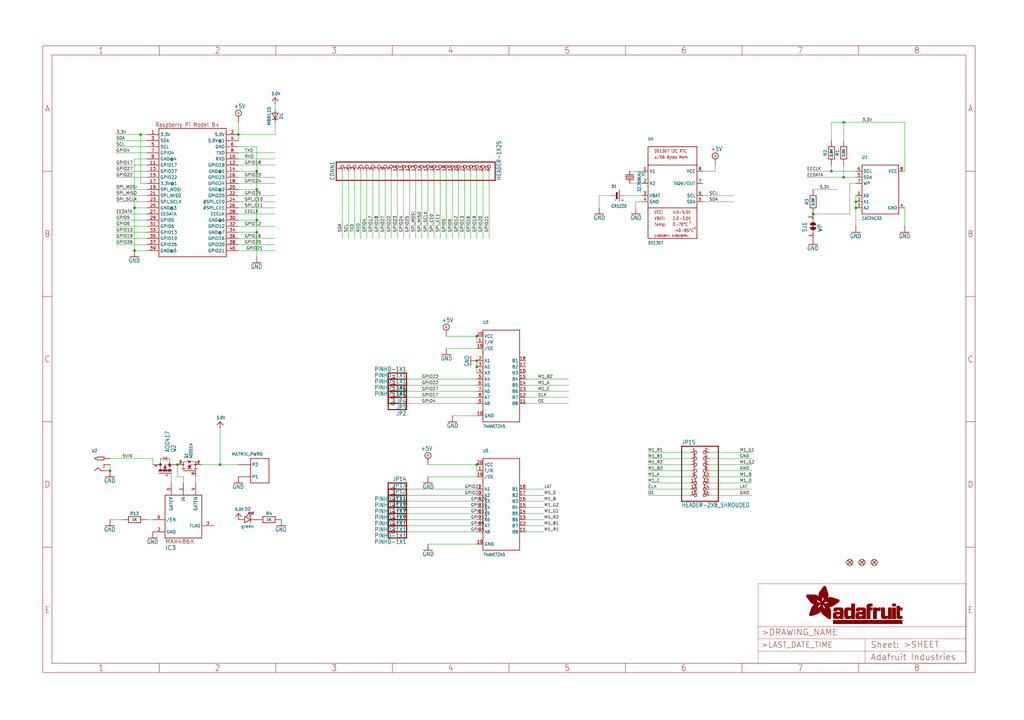
<source format=kicad_sch>
(kicad_sch (version 20211123) (generator eeschema)
  (paper "User" 425.45 299.161)
  (lib_symbols
    (symbol "schematicEagle-eagle-import:+5V" (power)
      (property "Value" "+5V" (at -1.905 3.175 0))
      (symbol "+5V_1_0"
        (pin power_in line (at 0 -2.54 90) (length 2.54) (name "+5V") (number "1"))
      )
    )
    (symbol "schematicEagle-eagle-import:2.1MMJACKSMT"
      (symbol "2.1MMJACKSMT_1_0"
        (pin bidirectional line (at 5.08 -2.54 180) (length 2.54) (name "RING") (number "GND"))
        (pin bidirectional line (at 5.08 0 180) (length 2.54) (name "RING_SW") (number "GNDBREAK"))
        (pin bidirectional line (at 5.08 2.54 180) (length 2.54) (name "TIP") (number "PWR2"))
      )
    )
    (symbol "schematicEagle-eagle-import:5.0V" (power)
      (property "Value" "5.0V" (at -1.524 1.016 0))
      (symbol "5.0V_1_0"
        (pin power_in line (at 0 -2.54 90) (length 2.54) (name "5.0V") (number "1"))
      )
    )
    (symbol "schematicEagle-eagle-import:74LCX245"
      (property "Reference" "U" (at -7.62 22.86 0))
      (property "Value" "74LCX245" (at -7.62 -20.32 0))
      (symbol "74LCX245_1_0"
        (pin bidirectional line (at -10.16 15.24 0) (length 2.54) (name "T/R") (number "1"))
        (pin bidirectional line (at -10.16 -15.24 0) (length 2.54) (name "GND") (number "10"))
        (pin bidirectional line (at 10.16 -10.16 180) (length 2.54) (name "B8") (number "11"))
        (pin bidirectional line (at 10.16 -7.62 180) (length 2.54) (name "B7") (number "12"))
        (pin bidirectional line (at 10.16 -5.08 180) (length 2.54) (name "B6") (number "13"))
        (pin bidirectional line (at 10.16 -2.54 180) (length 2.54) (name "B5") (number "14"))
        (pin bidirectional line (at 10.16 0 180) (length 2.54) (name "B4") (number "15"))
        (pin bidirectional line (at 10.16 2.54 180) (length 2.54) (name "B3") (number "16"))
        (pin bidirectional line (at 10.16 5.08 180) (length 2.54) (name "B2") (number "17"))
        (pin bidirectional line (at 10.16 7.62 180) (length 2.54) (name "B1") (number "18"))
        (pin bidirectional line (at -10.16 12.7 0) (length 2.54) (name "/OE") (number "19"))
        (pin bidirectional line (at -10.16 7.62 0) (length 2.54) (name "A1") (number "2"))
        (pin bidirectional line (at -10.16 17.78 0) (length 2.54) (name "VCC") (number "20"))
        (pin bidirectional line (at -10.16 5.08 0) (length 2.54) (name "A2") (number "3"))
        (pin bidirectional line (at -10.16 2.54 0) (length 2.54) (name "A3") (number "4"))
        (pin bidirectional line (at -10.16 0 0) (length 2.54) (name "A4") (number "5"))
        (pin bidirectional line (at -10.16 -2.54 0) (length 2.54) (name "A5") (number "6"))
        (pin bidirectional line (at -10.16 -5.08 0) (length 2.54) (name "A6") (number "7"))
        (pin bidirectional line (at -10.16 -7.62 0) (length 2.54) (name "A7") (number "8"))
        (pin bidirectional line (at -10.16 -10.16 0) (length 2.54) (name "A8") (number "9"))
      )
    )
    (symbol "schematicEagle-eagle-import:BATTERYCR1220_SMT"
      (property "Reference" "B" (at -2.54 3.175 0))
      (property "Value" "BATTERYCR1220_SMT" (at -2.54 -5.08 0))
      (symbol "BATTERYCR1220_SMT_1_0"
        (text "+" (at 1.27 -1.143 900) (effects (font (size 1.27 1.0795)) (justify right top)))
        (text "-" (at -1.778 -1.143 900) (effects (font (size 1.27 1.0795)) (justify right top)))
        (pin passive line (at 2.54 0 180) (length 0) (name "+") (number "+$1"))
        (pin passive line (at -2.54 0 0) (length 0) (name "-") (number "-"))
      )
    )
    (symbol "schematicEagle-eagle-import:CRYSTAL8.0X3.8"
      (property "Reference" "Y" (at -2.54 2.54 0))
      (property "Value" "CRYSTAL8.0X3.8" (at -2.54 -3.81 0))
      (symbol "CRYSTAL8.0X3.8_1_0"
        (pin passive line (at -2.54 0 0) (length 0) (name "1") (number "P$1"))
        (pin passive line (at 2.54 0 180) (length 0) (name "2") (number "P$4"))
      )
    )
    (symbol "schematicEagle-eagle-import:DIODESOD-123"
      (property "Reference" "D" (at 0 2.54 0))
      (property "Value" "DIODESOD-123" (at 0 -2.5 0))
      (symbol "DIODESOD-123_1_0"
        (pin passive line (at -2.54 0 0) (length 2.54) (name "A") (number "A"))
        (pin passive line (at 2.54 0 180) (length 2.54) (name "C") (number "C"))
      )
    )
    (symbol "schematicEagle-eagle-import:EEPROM_I2C_SOIC8_GENERIC"
      (property "Reference" "U" (at -7.62 12.7 0))
      (property "Value" "EEPROM_I2C_SOIC8_GENERIC" (at -7.62 -12.7 0))
      (symbol "EEPROM_I2C_SOIC8_GENERIC_1_0"
        (pin input line (at -10.16 -2.54 0) (length 2.54) (name "A0") (number "1"))
        (pin input line (at -10.16 -5.08 0) (length 2.54) (name "A1") (number "2"))
        (pin input line (at -10.16 -7.62 0) (length 2.54) (name "A2") (number "3"))
        (pin power_in line (at 10.16 -7.62 180) (length 2.54) (name "GND") (number "4"))
        (pin bidirectional line (at -10.16 5.08 0) (length 2.54) (name "SDA") (number "5"))
        (pin input line (at -10.16 7.62 0) (length 2.54) (name "SCL") (number "6"))
        (pin input line (at -10.16 2.54 0) (length 2.54) (name "WP") (number "7"))
        (pin power_in line (at 10.16 7.62 180) (length 2.54) (name "VCC") (number "8"))
      )
    )
    (symbol "schematicEagle-eagle-import:FIDUCIAL{dblquote}{dblquote}")
    (symbol "schematicEagle-eagle-import:FRAME_A3_ADAFRUIT"
      (symbol "FRAME_A3_ADAFRUIT_0_0"
        (text "1" (at 24.2094 1.905 0) (effects (font (size 2.54 2.286))))
        (text "1" (at 24.2094 258.445 0) (effects (font (size 2.54 2.286))))
        (text "2" (at 72.6281 1.905 0) (effects (font (size 2.54 2.286))))
        (text "2" (at 72.6281 258.445 0) (effects (font (size 2.54 2.286))))
        (text "3" (at 121.0469 1.905 0) (effects (font (size 2.54 2.286))))
        (text "3" (at 121.0469 258.445 0) (effects (font (size 2.54 2.286))))
        (text "4" (at 169.4656 1.905 0) (effects (font (size 2.54 2.286))))
        (text "4" (at 169.4656 258.445 0) (effects (font (size 2.54 2.286))))
        (text "5" (at 217.8844 1.905 0) (effects (font (size 2.54 2.286))))
        (text "5" (at 217.8844 258.445 0) (effects (font (size 2.54 2.286))))
        (text "6" (at 266.3031 1.905 0) (effects (font (size 2.54 2.286))))
        (text "6" (at 266.3031 258.445 0) (effects (font (size 2.54 2.286))))
        (text "7" (at 314.7219 1.905 0) (effects (font (size 2.54 2.286))))
        (text "7" (at 314.7219 258.445 0) (effects (font (size 2.54 2.286))))
        (text "8" (at 363.1406 1.905 0) (effects (font (size 2.54 2.286))))
        (text "8" (at 363.1406 258.445 0) (effects (font (size 2.54 2.286))))
        (text "A" (at 1.905 234.315 0) (effects (font (size 2.54 2.286))))
        (text "A" (at 385.445 234.315 0) (effects (font (size 2.54 2.286))))
        (text "B" (at 1.905 182.245 0) (effects (font (size 2.54 2.286))))
        (text "B" (at 385.445 182.245 0) (effects (font (size 2.54 2.286))))
        (text "C" (at 1.905 130.175 0) (effects (font (size 2.54 2.286))))
        (text "C" (at 385.445 130.175 0) (effects (font (size 2.54 2.286))))
        (text "D" (at 1.905 78.105 0) (effects (font (size 2.54 2.286))))
        (text "D" (at 385.445 78.105 0) (effects (font (size 2.54 2.286))))
        (text "E" (at 1.905 26.035 0) (effects (font (size 2.54 2.286))))
        (text "E" (at 385.445 26.035 0) (effects (font (size 2.54 2.286))))
      )
      (symbol "FRAME_A3_ADAFRUIT_1_0"
        (text ">DRAWING_NAME" (at 298.45 15.24 0) (effects (font (size 2.54 2.54)) (justify left bottom)))
        (text ">LAST_DATE_TIME" (at 298.45 10.16 0) (effects (font (size 2.286 2.286)) (justify left bottom)))
        (text ">SHEET" (at 357.505 10.16 0) (effects (font (size 2.54 2.54)) (justify left bottom)))
        (text "Adafruit Industries" (at 343.916 4.953 0) (effects (font (size 2.54 2.54)) (justify left bottom)))
        (text "Sheet:" (at 343.916 10.033 0) (effects (font (size 2.54 2.54)) (justify left bottom)))
      )
    )
    (symbol "schematicEagle-eagle-import:GND" (power)
      (property "Value" "GND" (at -2.54 -2.54 0))
      (symbol "GND_1_0"
        (pin power_in line (at 0 2.54 270) (length 2.54) (name "GND") (number "1"))
      )
    )
    (symbol "schematicEagle-eagle-import:HEADER-1X25"
      (property "Reference" "CONN" (at -3.81 33.655 0))
      (property "Value" "HEADER-1X25" (at -3.81 -35.56 0))
      (symbol "HEADER-1X25_1_0"
        (pin passive inverted (at 0 30.48 0) (length 2.54) (name "1") (number "1"))
        (pin passive inverted (at 0 7.62 0) (length 2.54) (name "10") (number "10"))
        (pin passive inverted (at 0 5.08 0) (length 2.54) (name "11") (number "11"))
        (pin passive inverted (at 0 2.54 0) (length 2.54) (name "12") (number "12"))
        (pin passive inverted (at 0 0 0) (length 2.54) (name "13") (number "13"))
        (pin passive inverted (at 0 -2.54 0) (length 2.54) (name "14") (number "14"))
        (pin passive inverted (at 0 -5.08 0) (length 2.54) (name "15") (number "15"))
        (pin passive inverted (at 0 -7.62 0) (length 2.54) (name "16") (number "16"))
        (pin passive inverted (at 0 -10.16 0) (length 2.54) (name "17") (number "17"))
        (pin passive inverted (at 0 -12.7 0) (length 2.54) (name "18") (number "18"))
        (pin passive inverted (at 0 -15.24 0) (length 2.54) (name "19") (number "19"))
        (pin passive inverted (at 0 27.94 0) (length 2.54) (name "2") (number "2"))
        (pin passive inverted (at 0 -17.78 0) (length 2.54) (name "20") (number "20"))
        (pin passive inverted (at 0 -20.32 0) (length 2.54) (name "21") (number "21"))
        (pin passive inverted (at 0 -22.86 0) (length 2.54) (name "22") (number "22"))
        (pin passive inverted (at 0 -25.4 0) (length 2.54) (name "23") (number "23"))
        (pin passive inverted (at 0 -27.94 0) (length 2.54) (name "24") (number "24"))
        (pin passive inverted (at 0 -30.48 0) (length 2.54) (name "25") (number "25"))
        (pin passive inverted (at 0 25.4 0) (length 2.54) (name "3") (number "3"))
        (pin passive inverted (at 0 22.86 0) (length 2.54) (name "4") (number "4"))
        (pin passive inverted (at 0 20.32 0) (length 2.54) (name "5") (number "5"))
        (pin passive inverted (at 0 17.78 0) (length 2.54) (name "6") (number "6"))
        (pin passive inverted (at 0 15.24 0) (length 2.54) (name "7") (number "7"))
        (pin passive inverted (at 0 12.7 0) (length 2.54) (name "8") (number "8"))
        (pin passive inverted (at 0 10.16 0) (length 2.54) (name "9") (number "9"))
      )
    )
    (symbol "schematicEagle-eagle-import:HEADER-2X8_SHROUDED"
      (property "Reference" "JP" (at -8.89 10.795 0))
      (property "Value" "HEADER-2X8_SHROUDED" (at -8.89 -15.24 0))
      (symbol "HEADER-2X8_SHROUDED_1_0"
        (pin passive inverted (at -5.08 7.62 0) (length 2.54) (name "1") (number "1"))
        (pin passive inverted (at 2.54 -2.54 180) (length 2.54) (name "10") (number "10"))
        (pin passive inverted (at -5.08 -5.08 0) (length 2.54) (name "11") (number "11"))
        (pin passive inverted (at 2.54 -5.08 180) (length 2.54) (name "12") (number "12"))
        (pin passive inverted (at -5.08 -7.62 0) (length 2.54) (name "13") (number "13"))
        (pin passive inverted (at 2.54 -7.62 180) (length 2.54) (name "14") (number "14"))
        (pin passive inverted (at -5.08 -10.16 0) (length 2.54) (name "15") (number "15"))
        (pin passive inverted (at 2.54 -10.16 180) (length 2.54) (name "16") (number "16"))
        (pin passive inverted (at 2.54 7.62 180) (length 2.54) (name "2") (number "2"))
        (pin passive inverted (at -5.08 5.08 0) (length 2.54) (name "3") (number "3"))
        (pin passive inverted (at 2.54 5.08 180) (length 2.54) (name "4") (number "4"))
        (pin passive inverted (at -5.08 2.54 0) (length 2.54) (name "5") (number "5"))
        (pin passive inverted (at 2.54 2.54 180) (length 2.54) (name "6") (number "6"))
        (pin passive inverted (at -5.08 0 0) (length 2.54) (name "7") (number "7"))
        (pin passive inverted (at 2.54 0 180) (length 2.54) (name "8") (number "8"))
        (pin passive inverted (at -5.08 -2.54 0) (length 2.54) (name "9") (number "9"))
      )
    )
    (symbol "schematicEagle-eagle-import:IRF?5305R"
      (property "Reference" "Q" (at 7.62 2.54 0))
      (property "Value" "IRF?5305R" (at 7.62 0 0))
      (symbol "IRF?5305R_1_0"
        (text "D" (at 1.524 -3.302 0) (effects (font (size 0.8128 0.6908)) (justify left bottom)))
        (text "G" (at -2.286 1.27 0) (effects (font (size 0.8128 0.6908)) (justify left bottom)))
        (text "S" (at 1.524 2.54 0) (effects (font (size 0.8128 0.6908)) (justify left bottom)))
        (pin passive line (at -2.54 2.54 0) (length 0) (name "G") (number "1"))
        (pin passive line (at 2.54 5.08 270) (length 2.54) (name "S") (number "3"))
        (pin passive line (at 2.54 -5.08 90) (length 2.54) (name "D") (number "4"))
      )
    )
    (symbol "schematicEagle-eagle-import:LED0805_NOOUTLINE"
      (property "Reference" "D" (at -1.27 4.445 0))
      (property "Value" "LED0805_NOOUTLINE" (at -1.27 -2.794 0))
      (symbol "LED0805_NOOUTLINE_1_0"
        (pin passive line (at -5.08 0 0) (length 2.54) (name "A") (number "A"))
        (pin passive line (at 2.54 0 180) (length 2.54) (name "C") (number "C"))
      )
    )
    (symbol "schematicEagle-eagle-import:MAX486X{slash}SOT"
      (property "Reference" "IC" (at -7.62 -15.24 0))
      (symbol "MAX486X{slash}SOT_1_0"
        (text "MAX486X" (at -7.62 -12.7 0) (effects (font (size 1.778 1.778)) (justify left bottom)))
        (pin input line (at 0 12.7 270) (length 5.08) (name "IN") (number "1"))
        (pin power_in line (at -12.7 -7.62 0) (length 5.08) (name "GND") (number "2"))
        (pin output line (at 12.7 -5.08 180) (length 5.08) (name "FLAG") (number "3"))
        (pin output line (at 5.08 12.7 270) (length 5.08) (name "GATEN") (number "4"))
        (pin output line (at -5.08 12.7 270) (length 5.08) (name "GATEP") (number "5"))
        (pin input line (at -12.7 -2.54 0) (length 5.08) (name "/EN") (number "6"))
      )
    )
    (symbol "schematicEagle-eagle-import:MOSFET-N_TO252"
      (property "Reference" "Q" (at 5.08 0.635 0))
      (property "Value" "MOSFET-N_TO252" (at 5.08 -1.27 0))
      (symbol "MOSFET-N_TO252_1_0"
        (text "D" (at 3.175 3.175 0) (effects (font (size 0.8128 0.6908)) (justify left bottom)))
        (text "G" (at -1.27 -1.905 0) (effects (font (size 0.8128 0.6908)) (justify left bottom)))
        (text "S" (at 3.175 -3.81 0) (effects (font (size 0.8128 0.6908)) (justify left bottom)))
        (pin bidirectional line (at -2.54 -2.54 0) (length 2.54) (name "G") (number "1"))
        (pin bidirectional line (at 2.54 -5.08 90) (length 2.54) (name "S") (number "2"))
        (pin bidirectional line (at 2.54 5.08 270) (length 2.54) (name "D") (number "3"))
      )
    )
    (symbol "schematicEagle-eagle-import:PINHD-1X1"
      (property "Reference" "JP" (at -6.35 3.175 0))
      (property "Value" "PINHD-1X1" (at -6.35 -5.08 0))
      (symbol "PINHD-1X1_1_0"
        (pin passive inverted (at -2.54 0 0) (length 2.54) (name "1") (number "1"))
      )
    )
    (symbol "schematicEagle-eagle-import:PINHEAD"
      (symbol "PINHEAD_1_0"
        (pin bidirectional line (at 7.62 2.54 180) (length 5.08) (name "P1") (number "P$3"))
        (pin bidirectional line (at 7.62 -2.54 180) (length 5.08) (name "P2") (number "P$4"))
      )
    )
    (symbol "schematicEagle-eagle-import:RASPBERRYPI_BPLUS_HATSLOTS"
      (symbol "RASPBERRYPI_BPLUS_HATSLOTS_1_0"
        (text "Raspberry Pi Model B+" (at 12.7 25.4 0) (effects (font (size 1.778 1.5113)) (justify right top)))
        (pin power_in line (at -17.78 20.32 0) (length 5.08) (name "3.3V") (number "1"))
        (pin bidirectional line (at 20.32 10.16 180) (length 5.08) (name "RXD") (number "10"))
        (pin bidirectional line (at -17.78 7.62 0) (length 5.08) (name "GPIO17") (number "11"))
        (pin bidirectional line (at 20.32 7.62 180) (length 5.08) (name "GPIO18") (number "12"))
        (pin bidirectional line (at -17.78 5.08 0) (length 5.08) (name "GPIO27") (number "13"))
        (pin power_in line (at 20.32 5.08 180) (length 5.08) (name "GND@1") (number "14"))
        (pin bidirectional line (at -17.78 2.54 0) (length 5.08) (name "GPIO22") (number "15"))
        (pin bidirectional line (at 20.32 2.54 180) (length 5.08) (name "GPIO23") (number "16"))
        (pin power_in line (at -17.78 0 0) (length 5.08) (name "3.3V@1") (number "17"))
        (pin bidirectional line (at 20.32 0 180) (length 5.08) (name "GPIO24") (number "18"))
        (pin bidirectional line (at -17.78 -2.54 0) (length 5.08) (name "SPI_MOSI") (number "19"))
        (pin power_in line (at 20.32 20.32 180) (length 5.08) (name "5.0V") (number "2"))
        (pin power_in line (at 20.32 -2.54 180) (length 5.08) (name "GND@2") (number "20"))
        (pin bidirectional line (at -17.78 -5.08 0) (length 5.08) (name "SPI_MISO") (number "21"))
        (pin bidirectional line (at 20.32 -5.08 180) (length 5.08) (name "GPIO25") (number "22"))
        (pin bidirectional line (at -17.78 -7.62 0) (length 5.08) (name "SPI_SCLK") (number "23"))
        (pin bidirectional line (at 20.32 -7.62 180) (length 5.08) (name "#SPI_CE0") (number "24"))
        (pin power_in line (at -17.78 -10.16 0) (length 5.08) (name "GND@3") (number "25"))
        (pin bidirectional line (at 20.32 -10.16 180) (length 5.08) (name "#SPI_CE1") (number "26"))
        (pin bidirectional line (at -17.78 -12.7 0) (length 5.08) (name "EEDATA") (number "27"))
        (pin power_in line (at 20.32 -12.7 180) (length 5.08) (name "EECLK") (number "28"))
        (pin bidirectional line (at -17.78 -15.24 0) (length 5.08) (name "GPIO5") (number "29"))
        (pin bidirectional line (at -17.78 17.78 0) (length 5.08) (name "SDA") (number "3"))
        (pin bidirectional line (at 20.32 -15.24 180) (length 5.08) (name "GND@6") (number "30"))
        (pin power_in line (at -17.78 -17.78 0) (length 5.08) (name "GPIO6") (number "31"))
        (pin bidirectional line (at 20.32 -17.78 180) (length 5.08) (name "GPIO12") (number "32"))
        (pin bidirectional line (at -17.78 -20.32 0) (length 5.08) (name "GPIO13") (number "33"))
        (pin bidirectional line (at 20.32 -20.32 180) (length 5.08) (name "GND@7") (number "34"))
        (pin bidirectional line (at -17.78 -22.86 0) (length 5.08) (name "GPIO19") (number "35"))
        (pin power_in line (at 20.32 -22.86 180) (length 5.08) (name "GPIO16") (number "36"))
        (pin bidirectional line (at -17.78 -25.4 0) (length 5.08) (name "GPIO26") (number "37"))
        (pin bidirectional line (at 20.32 -25.4 180) (length 5.08) (name "GPIO20") (number "38"))
        (pin power_in line (at -17.78 -27.94 0) (length 5.08) (name "GND@5") (number "39"))
        (pin power_in line (at 20.32 17.78 180) (length 5.08) (name "5.0V@1") (number "4"))
        (pin bidirectional line (at 20.32 -27.94 180) (length 5.08) (name "GPIO21") (number "40"))
        (pin bidirectional line (at -17.78 15.24 0) (length 5.08) (name "SCL") (number "5"))
        (pin power_in line (at 20.32 15.24 180) (length 5.08) (name "GND") (number "6"))
        (pin bidirectional line (at -17.78 12.7 0) (length 5.08) (name "GPIO4") (number "7"))
        (pin output line (at 20.32 12.7 180) (length 5.08) (name "TXD") (number "8"))
        (pin power_in line (at -17.78 10.16 0) (length 5.08) (name "GND@4") (number "9"))
      )
    )
    (symbol "schematicEagle-eagle-import:RESISTOR0805_NOOUTLINE"
      (property "Reference" "R" (at 0 2.54 0))
      (property "Value" "RESISTOR0805_NOOUTLINE" (at 0 0 0))
      (symbol "RESISTOR0805_NOOUTLINE_1_0"
        (pin passive line (at -5.08 0 0) (length 2.54) (name "1") (number "1"))
        (pin passive line (at 5.08 0 180) (length 2.54) (name "2") (number "2"))
      )
    )
    (symbol "schematicEagle-eagle-import:RTC_DS1307"
      (property "Reference" "U" (at -10.16 20.32 0))
      (property "Value" "RTC_DS1307" (at -10.16 -22.86 0))
      (symbol "RTC_DS1307_1_0"
        (text "-40-85°C" (at 0 -17.78 0) (effects (font (size 1.27 1.0795)) (justify left bottom)))
        (text "0-70°C" (at 0 -15.24 0) (effects (font (size 1.27 1.0795)) (justify left bottom)))
        (text "1" (at 6.985 -13.97 0) (effects (font (size 0.8128 0.6908)) (justify left bottom)))
        (text "1=DS1307+, 2=DS1307N+" (at -7.62 -19.685 0) (effects (font (size 0.8128 0.6908)) (justify left bottom)))
        (text "2" (at 8.89 -16.51 0) (effects (font (size 0.8128 0.6908)) (justify left bottom)))
        (text "2.0-3.5V" (at 0 -12.7 0) (effects (font (size 1.27 1.0795)) (justify left bottom)))
        (text "4.5-5.5V" (at 0 -10.16 0) (effects (font (size 1.27 1.0795)) (justify left bottom)))
        (text "DS1307 I2C RTC" (at -7.62 15.24 0) (effects (font (size 1.27 1.0795)) (justify left bottom)))
        (text "Temp:" (at -7.62 -15.24 0) (effects (font (size 1.27 1.0795)) (justify left bottom)))
        (text "VBAT:" (at -7.62 -12.7 0) (effects (font (size 1.27 1.0795)) (justify left bottom)))
        (text "VCC:" (at -7.62 -10.16 0) (effects (font (size 1.27 1.0795)) (justify left bottom)))
        (text "w/56 Bytes Mem" (at -7.62 12.7 0) (effects (font (size 1.27 1.0795)) (justify left bottom)))
        (pin bidirectional line (at -12.7 7.62 0) (length 2.54) (name "X1") (number "1"))
        (pin bidirectional line (at -12.7 2.54 0) (length 2.54) (name "X2") (number "2"))
        (pin bidirectional line (at -12.7 -2.54 0) (length 2.54) (name "VBAT") (number "3"))
        (pin bidirectional line (at -12.7 -5.08 0) (length 2.54) (name "GND") (number "4"))
        (pin bidirectional line (at 12.7 -5.08 180) (length 2.54) (name "SDA") (number "5"))
        (pin bidirectional line (at 12.7 -2.54 180) (length 2.54) (name "SCL") (number "6"))
        (pin bidirectional line (at 12.7 2.54 180) (length 2.54) (name "SQW/OUT") (number "7"))
        (pin bidirectional line (at 12.7 7.62 180) (length 2.54) (name "VCC") (number "8"))
      )
    )
    (symbol "schematicEagle-eagle-import:SOLDERJUMPER_CLOSED"
      (property "Reference" "SJ" (at -2.54 2.54 0))
      (property "Value" "SOLDERJUMPER_CLOSED" (at -2.54 -3.81 0))
      (symbol "SOLDERJUMPER_CLOSED_1_0"
        (pin passive line (at -5.08 0 0) (length 2.54) (name "1") (number "1"))
        (pin passive line (at 5.08 0 180) (length 2.54) (name "2") (number "2"))
      )
    )
  )
  (junction (at 345.44 71.12))
  (junction (at 198.12 149.86))
  (junction (at 355.6 86.36))
  (junction (at 198.12 152.4))
  (junction (at 45.72 195.58))
  (junction (at 91.44 193.04))
  (junction (at 355.6 83.82))
  (junction (at 55.88 86.36))
  (junction (at 337.82 88.9))
  (junction (at 106.68 78.74))
  (junction (at 99.06 55.88))
  (junction (at 55.88 104.14))
  (junction (at 198.12 193.04))
  (junction (at 106.68 96.52))
  (junction (at 350.52 50.8))
  (junction (at 106.68 91.44))
  (junction (at 106.68 71.12))
  (junction (at 350.52 73.66))
  (junction (at 58.42 55.88))
  (junction (at 73.66 193.04))
  (junction (at 198.12 139.7))
  (wire (pts (xy 48.26 101.6) (xy 60.96 101.6)))
  (wire (pts (xy 350.52 58.42) (xy 350.52 50.8)))
  (wire (pts (xy 198.12 157.48) (xy 165.1 157.48)))
  (wire (pts (xy 294.64 200.66) (xy 312.42 200.66)))
  (wire (pts (xy 287.02 198.12) (xy 269.24 198.12)))
  (wire (pts (xy 149.86 99.06) (xy 149.86 71.12)))
  (wire (pts (xy 266.7 81.28) (xy 259.08 81.28)))
  (wire (pts (xy 99.06 76.2) (xy 114.3 76.2)))
  (wire (pts (xy 218.44 167.64) (xy 236.22 167.64)))
  (wire (pts (xy 167.64 99.06) (xy 167.64 71.12)))
  (wire (pts (xy 60.96 88.9) (xy 48.26 88.9)))
  (wire (pts (xy 99.06 81.28) (xy 114.3 81.28)))
  (wire (pts (xy 198.12 195.58) (xy 198.12 193.04)))
  (wire (pts (xy 297.18 71.12) (xy 297.18 68.58)))
  (wire (pts (xy 160.02 71.12) (xy 160.02 99.06)))
  (wire (pts (xy 345.44 71.12) (xy 335.28 71.12)))
  (wire (pts (xy 99.06 101.6) (xy 114.3 101.6)))
  (wire (pts (xy 58.42 76.2) (xy 58.42 55.88)))
  (wire (pts (xy 172.72 99.06) (xy 172.72 71.12)))
  (wire (pts (xy 187.96 99.06) (xy 187.96 71.12)))
  (wire (pts (xy 106.68 71.12) (xy 106.68 78.74)))
  (wire (pts (xy 48.26 83.82) (xy 60.96 83.82)))
  (wire (pts (xy 269.24 200.66) (xy 287.02 200.66)))
  (wire (pts (xy 99.06 55.88) (xy 114.3 55.88)))
  (wire (pts (xy 165.1 215.9) (xy 198.12 215.9)))
  (wire (pts (xy 198.12 220.98) (xy 165.1 220.98)))
  (wire (pts (xy 182.88 99.06) (xy 182.88 71.12)))
  (wire (pts (xy 198.12 210.82) (xy 165.1 210.82)))
  (wire (pts (xy 350.52 68.58) (xy 350.52 73.66)))
  (wire (pts (xy 287.02 187.96) (xy 269.24 187.96)))
  (wire (pts (xy 180.34 71.12) (xy 180.34 99.06)))
  (wire (pts (xy 99.06 91.44) (xy 106.68 91.44)))
  (wire (pts (xy 198.12 142.24) (xy 198.12 139.7)))
  (wire (pts (xy 165.1 205.74) (xy 198.12 205.74)))
  (wire (pts (xy 177.8 198.12) (xy 198.12 198.12)))
  (wire (pts (xy 177.8 193.04) (xy 198.12 193.04)))
  (wire (pts (xy 114.3 66.04) (xy 99.06 66.04)))
  (wire (pts (xy 142.24 71.12) (xy 142.24 99.06)))
  (wire (pts (xy 312.42 198.12) (xy 294.64 198.12)))
  (wire (pts (xy 99.06 50.8) (xy 99.06 55.88)))
  (wire (pts (xy 60.96 55.88) (xy 58.42 55.88)))
  (wire (pts (xy 55.88 86.36) (xy 55.88 66.04)))
  (wire (pts (xy 375.92 50.8) (xy 350.52 50.8)))
  (wire (pts (xy 114.3 43.18) (xy 114.3 45.72)))
  (wire (pts (xy 375.92 86.36) (xy 375.92 93.98)))
  (wire (pts (xy 99.06 88.9) (xy 114.3 88.9)))
  (wire (pts (xy 50.8 215.9) (xy 45.72 215.9)))
  (wire (pts (xy 60.96 215.9) (xy 63.5 215.9)))
  (wire (pts (xy 287.02 203.2) (xy 269.24 203.2)))
  (wire (pts (xy 165.1 162.56) (xy 198.12 162.56)))
  (wire (pts (xy 48.26 78.74) (xy 60.96 78.74)))
  (wire (pts (xy 60.96 60.96) (xy 48.26 60.96)))
  (wire (pts (xy 198.12 213.36) (xy 165.1 213.36)))
  (wire (pts (xy 106.68 60.96) (xy 106.68 71.12)))
  (wire (pts (xy 198.12 152.4) (xy 198.12 154.94)))
  (wire (pts (xy 48.26 81.28) (xy 60.96 81.28)))
  (wire (pts (xy 63.5 193.04) (xy 63.5 190.5)))
  (wire (pts (xy 345.44 50.8) (xy 345.44 58.42)))
  (wire (pts (xy 99.06 58.42) (xy 99.06 55.88)))
  (wire (pts (xy 157.48 99.06) (xy 157.48 71.12)))
  (wire (pts (xy 353.06 88.9) (xy 353.06 76.2)))
  (wire (pts (xy 226.06 210.82) (xy 218.44 210.82)))
  (wire (pts (xy 48.26 91.44) (xy 60.96 91.44)))
  (wire (pts (xy 185.42 71.12) (xy 185.42 99.06)))
  (wire (pts (xy 355.6 86.36) (xy 355.6 93.98)))
  (wire (pts (xy 76.2 198.12) (xy 76.2 200.66)))
  (wire (pts (xy 294.64 205.74) (xy 312.42 205.74)))
  (wire (pts (xy 99.06 71.12) (xy 106.68 71.12)))
  (wire (pts (xy 99.06 99.06) (xy 114.3 99.06)))
  (wire (pts (xy 99.06 73.66) (xy 114.3 73.66)))
  (wire (pts (xy 350.52 50.8) (xy 345.44 50.8)))
  (wire (pts (xy 335.28 73.66) (xy 350.52 73.66)))
  (wire (pts (xy 198.12 208.28) (xy 165.1 208.28)))
  (wire (pts (xy 106.68 78.74) (xy 106.68 91.44)))
  (wire (pts (xy 248.92 81.28) (xy 248.92 86.36)))
  (wire (pts (xy 99.06 78.74) (xy 106.68 78.74)))
  (wire (pts (xy 269.24 205.74) (xy 287.02 205.74)))
  (wire (pts (xy 254 81.28) (xy 248.92 81.28)))
  (wire (pts (xy 193.04 99.06) (xy 193.04 71.12)))
  (wire (pts (xy 198.12 203.2) (xy 165.1 203.2)))
  (wire (pts (xy 304.8 83.82) (xy 292.1 83.82)))
  (wire (pts (xy 304.8 81.28) (xy 292.1 81.28)))
  (wire (pts (xy 48.26 96.52) (xy 60.96 96.52)))
  (wire (pts (xy 269.24 195.58) (xy 287.02 195.58)))
  (wire (pts (xy 165.1 160.02) (xy 198.12 160.02)))
  (wire (pts (xy 99.06 68.58) (xy 114.3 68.58)))
  (wire (pts (xy 190.5 71.12) (xy 190.5 99.06)))
  (wire (pts (xy 144.78 99.06) (xy 144.78 71.12)))
  (wire (pts (xy 312.42 187.96) (xy 294.64 187.96)))
  (wire (pts (xy 185.42 139.7) (xy 198.12 139.7)))
  (wire (pts (xy 147.32 71.12) (xy 147.32 99.06)))
  (wire (pts (xy 48.26 93.98) (xy 60.96 93.98)))
  (wire (pts (xy 91.44 193.04) (xy 99.06 193.04)))
  (wire (pts (xy 99.06 83.82) (xy 114.3 83.82)))
  (wire (pts (xy 114.3 50.8) (xy 114.3 55.88)))
  (wire (pts (xy 218.44 218.44) (xy 226.06 218.44)))
  (wire (pts (xy 337.82 88.9) (xy 353.06 88.9)))
  (wire (pts (xy 226.06 215.9) (xy 218.44 215.9)))
  (wire (pts (xy 55.88 66.04) (xy 60.96 66.04)))
  (wire (pts (xy 60.96 58.42) (xy 48.26 58.42)))
  (wire (pts (xy 55.88 86.36) (xy 60.96 86.36)))
  (wire (pts (xy 264.16 83.82) (xy 264.16 86.36)))
  (wire (pts (xy 200.66 71.12) (xy 200.66 99.06)))
  (wire (pts (xy 261.62 76.2) (xy 266.7 76.2)))
  (wire (pts (xy 355.6 71.12) (xy 345.44 71.12)))
  (wire (pts (xy 198.12 149.86) (xy 198.12 152.4)))
  (wire (pts (xy 226.06 205.74) (xy 218.44 205.74)))
  (wire (pts (xy 195.58 71.12) (xy 195.58 99.06)))
  (wire (pts (xy 45.72 190.5) (xy 63.5 190.5)))
  (wire (pts (xy 58.42 76.2) (xy 60.96 76.2)))
  (wire (pts (xy 45.72 193.04) (xy 45.72 195.58)))
  (wire (pts (xy 198.12 99.06) (xy 198.12 71.12)))
  (wire (pts (xy 287.02 193.04) (xy 269.24 193.04)))
  (wire (pts (xy 198.12 167.64) (xy 165.1 167.64)))
  (wire (pts (xy 236.22 162.56) (xy 218.44 162.56)))
  (wire (pts (xy 269.24 190.5) (xy 287.02 190.5)))
  (wire (pts (xy 226.06 208.28) (xy 218.44 208.28)))
  (wire (pts (xy 99.06 63.5) (xy 114.3 63.5)))
  (wire (pts (xy 60.96 104.14) (xy 55.88 104.14)))
  (wire (pts (xy 177.8 226.06) (xy 198.12 226.06)))
  (wire (pts (xy 187.96 172.72) (xy 198.12 172.72)))
  (wire (pts (xy 218.44 160.02) (xy 236.22 160.02)))
  (wire (pts (xy 48.26 99.06) (xy 60.96 99.06)))
  (wire (pts (xy 99.06 96.52) (xy 106.68 96.52)))
  (wire (pts (xy 175.26 71.12) (xy 175.26 99.06)))
  (wire (pts (xy 73.66 193.04) (xy 73.66 198.12)))
  (wire (pts (xy 83.82 193.04) (xy 91.44 193.04)))
  (wire (pts (xy 106.68 96.52) (xy 106.68 106.68)))
  (wire (pts (xy 170.18 71.12) (xy 170.18 99.06)))
  (wire (pts (xy 58.42 55.88) (xy 48.26 55.88)))
  (wire (pts (xy 60.96 63.5) (xy 48.26 63.5)))
  (wire (pts (xy 152.4 71.12) (xy 152.4 99.06)))
  (wire (pts (xy 294.64 190.5) (xy 312.42 190.5)))
  (wire (pts (xy 165.1 71.12) (xy 165.1 99.06)))
  (wire (pts (xy 292.1 71.12) (xy 297.18 71.12)))
  (wire (pts (xy 154.94 99.06) (xy 154.94 71.12)))
  (wire (pts (xy 99.06 86.36) (xy 114.3 86.36)))
  (wire (pts (xy 345.44 68.58) (xy 345.44 71.12)))
  (wire (pts (xy 218.44 213.36) (xy 226.06 213.36)))
  (wire (pts (xy 261.62 71.12) (xy 266.7 71.12)))
  (wire (pts (xy 355.6 81.28) (xy 355.6 83.82)))
  (wire (pts (xy 71.12 200.66) (xy 71.12 198.12)))
  (wire (pts (xy 60.96 68.58) (xy 48.26 68.58)))
  (wire (pts (xy 48.26 71.12) (xy 60.96 71.12)))
  (wire (pts (xy 353.06 76.2) (xy 355.6 76.2)))
  (wire (pts (xy 198.12 165.1) (xy 165.1 165.1)))
  (wire (pts (xy 312.42 203.2) (xy 294.64 203.2)))
  (wire (pts (xy 91.44 193.04) (xy 91.44 177.8)))
  (wire (pts (xy 355.6 83.82) (xy 355.6 86.36)))
  (wire (pts (xy 99.06 104.14) (xy 114.3 104.14)))
  (wire (pts (xy 99.06 93.98) (xy 114.3 93.98)))
  (wire (pts (xy 266.7 83.82) (xy 264.16 83.82)))
  (wire (pts (xy 350.52 73.66) (xy 355.6 73.66)))
  (wire (pts (xy 55.88 86.36) (xy 55.88 104.14)))
  (wire (pts (xy 198.12 218.44) (xy 165.1 218.44)))
  (wire (pts (xy 60.96 73.66) (xy 48.26 73.66)))
  (wire (pts (xy 375.92 71.12) (xy 375.92 50.8)))
  (wire (pts (xy 81.28 198.12) (xy 81.28 200.66)))
  (wire (pts (xy 162.56 99.06) (xy 162.56 71.12)))
  (wire (pts (xy 99.06 60.96) (xy 106.68 60.96)))
  (wire (pts (xy 106.68 91.44) (xy 106.68 96.52)))
  (wire (pts (xy 177.8 99.06) (xy 177.8 71.12)))
  (wire (pts (xy 312.42 193.04) (xy 294.64 193.04)))
  (wire (pts (xy 337.82 78.74) (xy 347.98 78.74)))
  (wire (pts (xy 185.42 144.78) (xy 198.12 144.78)))
  (wire (pts (xy 294.64 195.58) (xy 312.42 195.58)))
  (wire (pts (xy 226.06 220.98) (xy 218.44 220.98)))
  (wire (pts (xy 218.44 203.2) (xy 226.06 203.2)))
  (wire (pts (xy 203.2 99.06) (xy 203.2 71.12)))
  (wire (pts (xy 73.66 198.12) (xy 76.2 198.12)))
  (wire (pts (xy 236.22 157.48) (xy 218.44 157.48)))
  (wire (pts (xy 218.44 165.1) (xy 236.22 165.1)))
  (label "LAT" (at 226.06 203.2 0) (effects (font (size 1.2446 1.2446))))
  (label "GPIO20" (at 101.6 101.6 0) (effects (font (size 1.2446 1.2446))))
  (label "GPIO20" (at 200.66 96.52 90) (effects (font (size 1.2446 1.2446))))
  (label "SPI_SCLK" (at 48.26 83.82 0) (effects (font (size 1.2446 1.2446))))
  (label "GPIO16" (at 195.58 96.52 90) (effects (font (size 1.2446 1.2446))))
  (label "GPIO16" (at 101.6 99.06 0) (effects (font (size 1.2446 1.2446))))
  (label "GPIO13" (at 193.04 96.52 90) (effects (font (size 1.2446 1.2446))))
  (label "SPI_CE0" (at 101.6 83.82 0) (effects (font (size 1.2446 1.2446))))
  (label "SPI_MISO" (at 175.26 96.52 90) (effects (font (size 1.2446 1.2446))))
  (label "M1_G1" (at 307.34 187.96 0) (effects (font (size 1.2446 1.2446))))
  (label "GPIO13" (at 48.26 96.52 0) (effects (font (size 1.2446 1.2446))))
  (label "M1_G2" (at 307.34 193.04 0) (effects (font (size 1.2446 1.2446))))
  (label "SPI_CE1" (at 101.6 86.36 0) (effects (font (size 1.2446 1.2446))))
  (label "GND" (at 307.34 205.74 0) (effects (font (size 1.2446 1.2446))))
  (label "GPIO18" (at 101.6 68.58 0) (effects (font (size 1.2446 1.2446))))
  (label "M1_C" (at 223.52 162.56 0) (effects (font (size 1.2446 1.2446))))
  (label "EEDATA" (at 48.26 88.9 0) (effects (font (size 1.2446 1.2446))))
  (label "GPIO27" (at 160.02 96.52 90) (effects (font (size 1.2446 1.2446))))
  (label "SDA" (at 48.26 58.42 0) (effects (font (size 1.2446 1.2446))))
  (label "GPIO17" (at 154.94 96.52 90) (effects (font (size 1.2446 1.2446))))
  (label "RXD" (at 101.6 66.04 0) (effects (font (size 1.2446 1.2446))))
  (label "GPIO24" (at 101.6 76.2 0) (effects (font (size 1.2446 1.2446))))
  (label "GPIO22" (at 162.56 96.52 90) (effects (font (size 1.2446 1.2446))))
  (label "GPIO12" (at 101.6 93.98 0) (effects (font (size 1.2446 1.2446))))
  (label "GPIO27" (at 175.26 162.56 0) (effects (font (size 1.2446 1.2446))))
  (label "SPI_MISO" (at 48.26 81.28 0) (effects (font (size 1.2446 1.2446))))
  (label "GPIO13" (at 195.58 213.36 0) (effects (font (size 1.2446 1.2446))))
  (label "GPIO23" (at 101.6 73.66 0) (effects (font (size 1.2446 1.2446))))
  (label "GPIO21" (at 102.235 104.14 0) (effects (font (size 1.2446 1.2446))))
  (label "GPIO23" (at 165.1 96.52 90) (effects (font (size 1.2446 1.2446))))
  (label "M1_C" (at 269.24 200.66 0) (effects (font (size 1.2446 1.2446))))
  (label "GPIO25" (at 170.18 96.52 90) (effects (font (size 1.2446 1.2446))))
  (label "GPIO24" (at 167.64 96.52 90) (effects (font (size 1.2446 1.2446))))
  (label "OE" (at 223.52 167.64 0) (effects (font (size 1.2446 1.2446))))
  (label "GND" (at 307.34 195.58 0) (effects (font (size 1.2446 1.2446))))
  (label "5VIN" (at 50.8 190.5 0) (effects (font (size 1.2446 1.2446))))
  (label "M1_B2" (at 223.52 157.48 0) (effects (font (size 1.2446 1.2446))))
  (label "M1_G1" (at 226.06 213.36 0) (effects (font (size 1.2446 1.2446))))
  (label "SCL" (at 144.78 96.52 90) (effects (font (size 1.2446 1.2446))))
  (label "3.3V" (at 48.26 55.88 0) (effects (font (size 1.2446 1.2446))))
  (label "TXD" (at 101.6 63.5 0) (effects (font (size 1.2446 1.2446))))
  (label "SPI_CE1" (at 182.88 96.52 90) (effects (font (size 1.2446 1.2446))))
  (label "GPIO25" (at 101.6 81.28 0) (effects (font (size 1.2446 1.2446))))
  (label "M1_A" (at 269.24 198.12 0) (effects (font (size 1.2446 1.2446))))
  (label "SPI_SCLK" (at 177.8 96.52 90) (effects (font (size 1.2446 1.2446))))
  (label "GPIO27" (at 48.26 71.12 0) (effects (font (size 1.2446 1.2446))))
  (label "GND" (at 307.34 190.5 0) (effects (font (size 1.2446 1.2446))))
  (label "M1_B2" (at 269.24 195.58 0) (effects (font (size 1.2446 1.2446))))
  (label "LAT" (at 307.34 203.2 0) (effects (font (size 1.2446 1.2446))))
  (label "GPIO19" (at 198.12 96.52 90) (effects (font (size 1.2446 1.2446))))
  (label "GPIO17" (at 48.26 68.58 0) (effects (font (size 1.2446 1.2446))))
  (label "GPIO22" (at 175.26 160.02 0) (effects (font (size 1.2446 1.2446))))
  (label "GPIO6" (at 187.96 96.52 90) (effects (font (size 1.2446 1.2446))))
  (label "M1_A" (at 223.52 160.02 0) (effects (font (size 1.2446 1.2446))))
  (label "M1_B" (at 226.06 208.28 0) (effects (font (size 1.2446 1.2446))))
  (label "EECLK" (at 335.28 71.12 0) (effects (font (size 1.2446 1.2446))))
  (label "GPIO20" (at 193.04 205.74 0) (effects (font (size 1.2446 1.2446))))
  (label "SPI_MOSI" (at 48.26 78.74 0) (effects (font (size 1.2446 1.2446))))
  (label "M1_G2" (at 226.06 210.82 0) (effects (font (size 1.2446 1.2446))))
  (label "GPIO4" (at 152.4 96.52 90) (effects (font (size 1.2446 1.2446))))
  (label "GPIO17" (at 175.26 165.1 0) (effects (font (size 1.2446 1.2446))))
  (label "TXD" (at 147.32 96.52 90) (effects (font (size 1.2446 1.2446))))
  (label "CLK" (at 223.52 165.1 0) (effects (font (size 1.2446 1.2446))))
  (label "SCL" (at 48.26 60.96 0) (effects (font (size 1.2446 1.2446))))
  (label "M1_D" (at 226.06 205.74 0) (effects (font (size 1.2446 1.2446))))
  (label "SPI_MOSI" (at 172.72 96.52 90) (effects (font (size 1.2446 1.2446))))
  (label "EECLK" (at 101.6 88.9 0) (effects (font (size 1.2446 1.2446))))
  (label "SPI_CE0" (at 180.34 96.52 90) (effects (font (size 1.2446 1.2446))))
  (label "SDA" (at 294.64 83.82 0) (effects (font (size 1.2446 1.2446))))
  (label "SCL" (at 294.64 81.28 0) (effects (font (size 1.2446 1.2446))))
  (label "M1_D" (at 307.34 200.66 0) (effects (font (size 1.2446 1.2446))))
  (label "GPIO23" (at 175.26 157.48 0) (effects (font (size 1.2446 1.2446))))
  (label "GPIO6" (at 195.58 218.44 0) (effects (font (size 1.2446 1.2446))))
  (label "GPIO12" (at 190.5 96.52 90) (effects (font (size 1.2446 1.2446))))
  (label "CLK" (at 269.24 203.2 0) (effects (font (size 1.2446 1.2446))))
  (label "RXD" (at 149.86 96.52 90) (effects (font (size 1.2446 1.2446))))
  (label "GPIO4" (at 48.26 63.5 0) (effects (font (size 1.2446 1.2446))))
  (label "GPIO19" (at 48.26 99.06 0) (effects (font (size 1.2446 1.2446))))
  (label "GPIO26" (at 48.26 101.6 0) (effects (font (size 1.2446 1.2446))))
  (label "M1_R2" (at 226.06 215.9 0) (effects (font (size 1.2446 1.2446))))
  (label "3.3V" (at 358.14 50.8 0) (effects (font (size 1.2446 1.2446))))
  (label "GPIO26" (at 195.58 208.28 0) (effects (font (size 1.2446 1.2446))))
  (label "GPIO21" (at 193.04 203.2 0) (effects (font (size 1.2446 1.2446))))
  (label "M1_R1" (at 226.06 220.98 0) (effects (font (size 1.2446 1.2446))))
  (label "GPIO5" (at 195.58 220.98 0) (effects (font (size 1.2446 1.2446))))
  (label "GPIO4" (at 175.26 167.64 0) (effects (font (size 1.2446 1.2446))))
  (label "GPIO5" (at 185.42 96.52 90) (effects (font (size 1.2446 1.2446))))
  (label "OE" (at 269.24 205.74 0) (effects (font (size 1.2446 1.2446))))
  (label "GPIO5" (at 48.26 91.44 0) (effects (font (size 1.2446 1.2446))))
  (label "EEDATA" (at 335.28 73.66 0) (effects (font (size 1.2446 1.2446))))
  (label "GPIO6" (at 48.26 93.98 0) (effects (font (size 1.2446 1.2446))))
  (label "GPIO12" (at 195.58 215.9 0) (effects (font (size 1.2446 1.2446))))
  (label "M1_B1" (at 269.24 190.5 0) (effects (font (size 1.2446 1.2446))))
  (label "M1_R1" (at 269.24 187.96 0) (effects (font (size 1.2446 1.2446))))
  (label "GPIO16" (at 195.58 210.82 0) (effects (font (size 1.2446 1.2446))))
  (label "GPIO22" (at 48.26 73.66 0) (effects (font (size 1.2446 1.2446))))
  (label "GPIO21" (at 203.2 96.52 90) (effects (font (size 1.2446 1.2446))))
  (label "M1_B" (at 307.34 198.12 0) (effects (font (size 1.2446 1.2446))))
  (label "GPIO18" (at 157.48 96.52 90) (effects (font (size 1.2446 1.2446))))
  (label "M1_B1" (at 226.06 218.44 0) (effects (font (size 1.2446 1.2446))))
  (label "SDA" (at 142.24 96.52 90) (effects (font (size 1.2446 1.2446))))
  (label "M1_R2" (at 269.24 193.04 0) (effects (font (size 1.2446 1.2446))))
  (label "3.3V" (at 340.36 78.74 0) (effects (font (size 1.2446 1.2446))))
  (symbol (lib_id "schematicEagle-eagle-import:PINHD-1X1") (at 162.56 165.1 180) (unit 1)
    (property "Reference" "JP3" (at 168.91 168.275 0) (effects (font (size 1.778 1.5113)) (justify left bottom)))
    (property "Value" "PINHD-1X1" (at 168.91 160.02 0) (effects (font (size 1.778 1.5113)) (justify left bottom)))
    (property "Footprint" "schematicEagle:1X01" (effects hide))
  )
  (symbol (lib_id "schematicEagle-eagle-import:PINHD-1X1") (at 162.56 203.2 0) (mirror y) (unit 1)
    (property "Reference" "JP14" (at 168.91 200.025 0) (effects (font (size 1.778 1.5113)) (justify left bottom)))
    (property "Value" "PINHD-1X1" (at 168.91 208.28 0) (effects (font (size 1.778 1.5113)) (justify left bottom)))
    (property "Footprint" "schematicEagle:1X01" (effects hide))
  )
  (symbol (lib_id "schematicEagle-eagle-import:RESISTOR0805_NOOUTLINE") (at 337.82 83.82 90) (unit 1)
    (property "Reference" "R3" (at 335.28 83.82 0))
    (property "Value" "3.9K" (at 337.82 83.82 0) (effects (font (size 1.016 1.016) bold)))
    (property "Footprint" "schematicEagle:0805-NO" (effects hide))
  )
  (symbol (lib_id "schematicEagle-eagle-import:GND") (at 106.68 109.22 0) (unit 1)
    (property "Reference" "#GND2" (effects hide))
    (property "Value" "GND" (at 104.14 111.76 0) (effects (font (size 1.778 1.5113)) (justify left bottom)))
    (property "Footprint" "schematicEagle:" (effects hide))
  )
  (symbol (lib_id "schematicEagle-eagle-import:GND") (at 337.82 101.6 0) (unit 1)
    (property "Reference" "#GND5" (effects hide))
    (property "Value" "GND" (at 335.28 104.14 0) (effects (font (size 1.778 1.5113)) (justify left bottom)))
    (property "Footprint" "schematicEagle:" (effects hide))
  )
  (symbol (lib_id "schematicEagle-eagle-import:FRAME_A3_ADAFRUIT") (at 17.78 279.4 0) (unit 1)
    (property "Reference" "#U$5" (effects hide))
    (property "Value" "FRAME_A3_ADAFRUIT" (effects hide))
    (property "Footprint" "schematicEagle:" (effects hide))
  )
  (symbol (lib_id "schematicEagle-eagle-import:RTC_DS1307") (at 279.4 78.74 0) (unit 1)
    (property "Reference" "U4" (at 269.24 58.42 0) (effects (font (size 1.27 1.0795)) (justify left bottom)))
    (property "Value" "DS1307" (at 269.24 101.6 0) (effects (font (size 1.27 1.0795)) (justify left bottom)))
    (property "Footprint" "schematicEagle:SOIC8_150MIL" (effects hide))
  )
  (symbol (lib_id "schematicEagle-eagle-import:GND") (at 55.88 106.68 0) (unit 1)
    (property "Reference" "#GND1" (effects hide))
    (property "Value" "GND" (at 53.34 109.22 0) (effects (font (size 1.778 1.5113)) (justify left bottom)))
    (property "Footprint" "schematicEagle:" (effects hide))
  )
  (symbol (lib_id "schematicEagle-eagle-import:GND") (at 45.72 218.44 0) (unit 1)
    (property "Reference" "#GND16" (effects hide))
    (property "Value" "GND" (at 43.18 220.98 0) (effects (font (size 1.778 1.5113)) (justify left bottom)))
    (property "Footprint" "schematicEagle:" (effects hide))
  )
  (symbol (lib_id "schematicEagle-eagle-import:5.0V") (at 91.44 175.26 0) (unit 1)
    (property "Reference" "#U$2" (effects hide))
    (property "Value" "5.0V" (at 89.916 174.244 0) (effects (font (size 1.27 1.0795)) (justify left bottom)))
    (property "Footprint" "schematicEagle:" (effects hide))
  )
  (symbol (lib_id "schematicEagle-eagle-import:GND") (at 375.92 96.52 0) (unit 1)
    (property "Reference" "#GND4" (effects hide))
    (property "Value" "GND" (at 373.38 99.06 0) (effects (font (size 1.778 1.5113)) (justify left bottom)))
    (property "Footprint" "schematicEagle:" (effects hide))
  )
  (symbol (lib_id "schematicEagle-eagle-import:PINHD-1X1") (at 162.56 205.74 0) (mirror y) (unit 1)
    (property "Reference" "JP13" (at 168.91 202.565 0) (effects (font (size 1.778 1.5113)) (justify left bottom)))
    (property "Value" "PINHD-1X1" (at 168.91 210.82 0) (effects (font (size 1.778 1.5113)) (justify left bottom)))
    (property "Footprint" "schematicEagle:1X01" (effects hide))
  )
  (symbol (lib_id "schematicEagle-eagle-import:5.0V") (at 114.3 40.64 0) (unit 1)
    (property "Reference" "#U$9" (effects hide))
    (property "Value" "5.0V" (at 112.776 39.624 0) (effects (font (size 1.27 1.0795)) (justify left bottom)))
    (property "Footprint" "schematicEagle:" (effects hide))
  )
  (symbol (lib_id "schematicEagle-eagle-import:PINHD-1X1") (at 162.56 208.28 0) (mirror y) (unit 1)
    (property "Reference" "JP12" (at 168.91 205.105 0) (effects (font (size 1.778 1.5113)) (justify left bottom)))
    (property "Value" "PINHD-1X1" (at 168.91 213.36 0) (effects (font (size 1.778 1.5113)) (justify left bottom)))
    (property "Footprint" "schematicEagle:1X01" (effects hide))
  )
  (symbol (lib_id "schematicEagle-eagle-import:PINHD-1X1") (at 162.56 210.82 0) (mirror y) (unit 1)
    (property "Reference" "JP11" (at 168.91 207.645 0) (effects (font (size 1.778 1.5113)) (justify left bottom)))
    (property "Value" "PINHD-1X1" (at 168.91 215.9 0) (effects (font (size 1.778 1.5113)) (justify left bottom)))
    (property "Footprint" "schematicEagle:1X01" (effects hide))
  )
  (symbol (lib_id "schematicEagle-eagle-import:PINHD-1X1") (at 162.56 160.02 180) (unit 1)
    (property "Reference" "JP5" (at 168.91 163.195 0) (effects (font (size 1.778 1.5113)) (justify left bottom)))
    (property "Value" "PINHD-1X1" (at 168.91 154.94 0) (effects (font (size 1.778 1.5113)) (justify left bottom)))
    (property "Footprint" "schematicEagle:1X01" (effects hide))
  )
  (symbol (lib_id "schematicEagle-eagle-import:GND") (at 116.84 218.44 0) (unit 1)
    (property "Reference" "#GND9" (effects hide))
    (property "Value" "GND" (at 114.3 220.98 0) (effects (font (size 1.778 1.5113)) (justify left bottom)))
    (property "Footprint" "schematicEagle:" (effects hide))
  )
  (symbol (lib_id "schematicEagle-eagle-import:RESISTOR0805_NOOUTLINE") (at 55.88 215.9 0) (unit 1)
    (property "Reference" "R13" (at 55.88 213.36 0))
    (property "Value" "1K" (at 55.88 215.9 0) (effects (font (size 1.016 1.016) bold)))
    (property "Footprint" "schematicEagle:0805-NO" (effects hide))
  )
  (symbol (lib_id "schematicEagle-eagle-import:GND") (at 99.06 200.66 0) (unit 1)
    (property "Reference" "#GND12" (effects hide))
    (property "Value" "GND" (at 96.52 203.2 0) (effects (font (size 1.778 1.5113)) (justify left bottom)))
    (property "Footprint" "schematicEagle:" (effects hide))
  )
  (symbol (lib_id "schematicEagle-eagle-import:PINHD-1X1") (at 162.56 218.44 0) (mirror y) (unit 1)
    (property "Reference" "JP8" (at 168.91 215.265 0) (effects (font (size 1.778 1.5113)) (justify left bottom)))
    (property "Value" "PINHD-1X1" (at 168.91 223.52 0) (effects (font (size 1.778 1.5113)) (justify left bottom)))
    (property "Footprint" "schematicEagle:1X01" (effects hide))
  )
  (symbol (lib_id "schematicEagle-eagle-import:FIDUCIAL{dblquote}{dblquote}") (at 358.14 233.68 0) (unit 1)
    (property "Reference" "FID1" (effects hide))
    (property "Value" "FIDUCIAL{dblquote}{dblquote}" (effects hide))
    (property "Footprint" "schematicEagle:FIDUCIAL_1MM" (effects hide))
  )
  (symbol (lib_id "schematicEagle-eagle-import:74LCX245") (at 208.28 157.48 0) (unit 1)
    (property "Reference" "U3" (at 200.66 134.62 0) (effects (font (size 1.27 1.0795)) (justify left bottom)))
    (property "Value" "74AHCT245" (at 200.66 177.8 0) (effects (font (size 1.27 1.0795)) (justify left bottom)))
    (property "Footprint" "schematicEagle:TSSOP20" (effects hide))
  )
  (symbol (lib_id "schematicEagle-eagle-import:2.1MMJACKSMT") (at 40.64 193.04 0) (unit 1)
    (property "Reference" "U2" (at 38.1 187.96 0) (effects (font (size 1.27 1.0795)) (justify left bottom)))
    (property "Value" "2.1MMJACKSMT" (effects hide))
    (property "Footprint" "schematicEagle:DCJACK_2MM_SMT" (effects hide))
  )
  (symbol (lib_id "schematicEagle-eagle-import:RESISTOR0805_NOOUTLINE") (at 345.44 63.5 90) (unit 1)
    (property "Reference" "R2" (at 342.9 63.5 0))
    (property "Value" "3.9K" (at 345.44 63.5 0) (effects (font (size 1.016 1.016) bold)))
    (property "Footprint" "schematicEagle:0805-NO" (effects hide))
  )
  (symbol (lib_id "schematicEagle-eagle-import:+5V") (at 99.06 48.26 0) (unit 1)
    (property "Reference" "#SUPPLY1" (effects hide))
    (property "Value" "+5V" (at 97.155 45.085 0) (effects (font (size 1.778 1.5113)) (justify left bottom)))
    (property "Footprint" "schematicEagle:" (effects hide))
  )
  (symbol (lib_id "schematicEagle-eagle-import:GND") (at 45.72 198.12 0) (unit 1)
    (property "Reference" "#GND8" (effects hide))
    (property "Value" "GND" (at 43.18 200.66 0) (effects (font (size 1.778 1.5113)) (justify left bottom)))
    (property "Footprint" "schematicEagle:" (effects hide))
  )
  (symbol (lib_id "schematicEagle-eagle-import:+5V") (at 185.42 137.16 0) (unit 1)
    (property "Reference" "#SUPPLY3" (effects hide))
    (property "Value" "+5V" (at 183.515 133.985 0) (effects (font (size 1.778 1.5113)) (justify left bottom)))
    (property "Footprint" "schematicEagle:" (effects hide))
  )
  (symbol (lib_id "schematicEagle-eagle-import:RESISTOR0805_NOOUTLINE") (at 350.52 63.5 90) (unit 1)
    (property "Reference" "R1" (at 347.98 63.5 0))
    (property "Value" "3.9K" (at 350.52 63.5 0) (effects (font (size 1.016 1.016) bold)))
    (property "Footprint" "schematicEagle:0805-NO" (effects hide))
  )
  (symbol (lib_id "schematicEagle-eagle-import:IRF?5305R") (at 68.58 195.58 270) (mirror x) (unit 1)
    (property "Reference" "Q2" (at 71.12 187.96 0) (effects (font (size 1.778 1.5113)) (justify left bottom)))
    (property "Value" "AOD417" (at 68.58 187.96 0) (effects (font (size 1.778 1.5113)) (justify left bottom)))
    (property "Footprint" "schematicEagle:D-PAK_TO252AA" (effects hide))
  )
  (symbol (lib_id "schematicEagle-eagle-import:74LCX245") (at 208.28 210.82 0) (unit 1)
    (property "Reference" "U5" (at 200.66 187.96 0) (effects (font (size 1.27 1.0795)) (justify left bottom)))
    (property "Value" "74AHCT245" (at 200.66 231.14 0) (effects (font (size 1.27 1.0795)) (justify left bottom)))
    (property "Footprint" "schematicEagle:TSSOP20" (effects hide))
  )
  (symbol (lib_id "schematicEagle-eagle-import:GND") (at 63.5 223.52 0) (unit 1)
    (property "Reference" "#GND15" (effects hide))
    (property "Value" "GND" (at 60.96 226.06 0) (effects (font (size 1.778 1.5113)) (justify left bottom)))
    (property "Footprint" "schematicEagle:" (effects hide))
  )
  (symbol (lib_id "schematicEagle-eagle-import:GND") (at 177.8 228.6 0) (mirror y) (unit 1)
    (property "Reference" "#GND14" (effects hide))
    (property "Value" "GND" (at 180.34 231.14 0) (effects (font (size 1.778 1.5113)) (justify left bottom)))
    (property "Footprint" "schematicEagle:" (effects hide))
  )
  (symbol (lib_id "schematicEagle-eagle-import:RESISTOR0805_NOOUTLINE") (at 111.76 215.9 0) (unit 1)
    (property "Reference" "R4" (at 111.76 213.36 0))
    (property "Value" "1K" (at 111.76 215.9 0) (effects (font (size 1.016 1.016) bold)))
    (property "Footprint" "schematicEagle:0805-NO" (effects hide))
  )
  (symbol (lib_id "schematicEagle-eagle-import:+5V") (at 177.8 190.5 0) (mirror y) (unit 1)
    (property "Reference" "#SUPPLY4" (effects hide))
    (property "Value" "+5V" (at 179.705 187.325 0) (effects (font (size 1.778 1.5113)) (justify left bottom)))
    (property "Footprint" "schematicEagle:" (effects hide))
  )
  (symbol (lib_id "schematicEagle-eagle-import:PINHD-1X1") (at 162.56 157.48 180) (unit 1)
    (property "Reference" "JP6" (at 168.91 160.655 0) (effects (font (size 1.778 1.5113)) (justify left bottom)))
    (property "Value" "PINHD-1X1" (at 168.91 152.4 0) (effects (font (size 1.778 1.5113)) (justify left bottom)))
    (property "Footprint" "schematicEagle:1X01" (effects hide))
  )
  (symbol (lib_id "schematicEagle-eagle-import:GND") (at 187.96 175.26 0) (mirror y) (unit 1)
    (property "Reference" "#GND11" (effects hide))
    (property "Value" "GND" (at 190.5 177.8 0) (effects (font (size 1.778 1.5113)) (justify left bottom)))
    (property "Footprint" "schematicEagle:" (effects hide))
  )
  (symbol (lib_id "schematicEagle-eagle-import:HEADER-2X8_SHROUDED") (at 292.1 195.58 0) (unit 1)
    (property "Reference" "JP15" (at 283.21 184.785 0) (effects (font (size 1.778 1.5113)) (justify left bottom)))
    (property "Value" "HEADER-2X8_SHROUDED" (at 283.21 210.82 0) (effects (font (size 1.778 1.5113)) (justify left bottom)))
    (property "Footprint" "schematicEagle:2X08_SHROUDED" (effects hide))
  )
  (symbol (lib_id "schematicEagle-eagle-import:LED0805_NOOUTLINE") (at 104.14 215.9 0) (unit 1)
    (property "Reference" "D2" (at 102.87 211.455 0))
    (property "Value" "green" (at 102.87 218.694 0))
    (property "Footprint" "schematicEagle:CHIPLED_0805_NOOUTLINE" (effects hide))
  )
  (symbol (lib_id "schematicEagle-eagle-import:GND") (at 355.6 96.52 0) (unit 1)
    (property "Reference" "#GND3" (effects hide))
    (property "Value" "GND" (at 353.06 99.06 0) (effects (font (size 1.778 1.5113)) (justify left bottom)))
    (property "Footprint" "schematicEagle:" (effects hide))
  )
  (symbol (lib_id "schematicEagle-eagle-import:PINHD-1X1") (at 162.56 215.9 0) (mirror y) (unit 1)
    (property "Reference" "JP9" (at 168.91 212.725 0) (effects (font (size 1.778 1.5113)) (justify left bottom)))
    (property "Value" "PINHD-1X1" (at 168.91 220.98 0) (effects (font (size 1.778 1.5113)) (justify left bottom)))
    (property "Footprint" "schematicEagle:1X01" (effects hide))
  )
  (symbol (lib_id "schematicEagle-eagle-import:SOLDERJUMPER_CLOSED") (at 337.82 93.98 90) (unit 1)
    (property "Reference" "SJ1" (at 335.28 96.52 0) (effects (font (size 1.778 1.5113)) (justify left bottom)))
    (property "Value" "WP" (at 341.63 96.52 0) (effects (font (size 1.778 1.5113)) (justify left bottom)))
    (property "Footprint" "schematicEagle:SOLDERJUMPER_CLOSEDWIRE" (effects hide))
  )
  (symbol (lib_id "schematicEagle-eagle-import:PINHD-1X1") (at 162.56 213.36 0) (mirror y) (unit 1)
    (property "Reference" "JP10" (at 168.91 210.185 0) (effects (font (size 1.778 1.5113)) (justify left bottom)))
    (property "Value" "PINHD-1X1" (at 168.91 218.44 0) (effects (font (size 1.778 1.5113)) (justify left bottom)))
    (property "Footprint" "schematicEagle:1X01" (effects hide))
  )
  (symbol (lib_id "schematicEagle-eagle-import:GND") (at 195.58 149.86 270) (mirror x) (unit 1)
    (property "Reference" "#GND17" (effects hide))
    (property "Value" "GND" (at 193.04 152.4 0) (effects (font (size 1.778 1.5113)) (justify left bottom)))
    (property "Footprint" "schematicEagle:" (effects hide))
  )
  (symbol (lib_id "schematicEagle-eagle-import:CRYSTAL8.0X3.8") (at 261.62 73.66 270) (unit 1)
    (property "Reference" "Y1" (at 266.7 71.12 0) (effects (font (size 1.27 1.0795)) (justify left bottom)))
    (property "Value" "32.768kHz" (at 264.922 71.12 0) (effects (font (size 1.27 1.0795)) (justify left bottom)))
    (property "Footprint" "schematicEagle:CRYSTAL_8X3.8" (effects hide))
  )
  (symbol (lib_id "schematicEagle-eagle-import:FIDUCIAL{dblquote}{dblquote}") (at 363.22 233.68 0) (unit 1)
    (property "Reference" "FID2" (effects hide))
    (property "Value" "FIDUCIAL{dblquote}{dblquote}" (effects hide))
    (property "Footprint" "schematicEagle:FIDUCIAL_1MM" (effects hide))
  )
  (symbol (lib_id "schematicEagle-eagle-import:GND") (at 264.16 88.9 0) (mirror y) (unit 1)
    (property "Reference" "#GND10" (effects hide))
    (property "Value" "GND" (at 266.7 91.44 0) (effects (font (size 1.778 1.5113)) (justify left bottom)))
    (property "Footprint" "schematicEagle:" (effects hide))
  )
  (symbol (lib_id "schematicEagle-eagle-import:PINHEAD") (at 106.68 195.58 180) (unit 1)
    (property "Reference" "MATRIX_PWR0" (at 109.22 187.96 0) (effects (justify left bottom)))
    (property "Value" "PINHEAD" (effects hide))
    (property "Footprint" "schematicEagle:TERMBLOCK508" (effects hide))
  )
  (symbol (lib_id "schematicEagle-eagle-import:HEADER-1X25") (at 172.72 71.12 90) (unit 1)
    (property "Reference" "CONN1" (at 139.065 74.93 0) (effects (font (size 1.778 1.5113)) (justify left bottom)))
    (property "Value" "HEADER-1X25" (at 208.28 74.93 0) (effects (font (size 1.778 1.5113)) (justify left bottom)))
    (property "Footprint" "schematicEagle:1X25_ROUND_70MIL" (effects hide))
  )
  (symbol (lib_id "schematicEagle-eagle-import:DIODESOD-123") (at 114.3 48.26 270) (unit 1)
    (property "Reference" "D1" (at 116.84 48.26 0))
    (property "Value" "MBR120" (at 111.8 48.26 0))
    (property "Footprint" "schematicEagle:SOD-123" (effects hide))
  )
  (symbol (lib_id "schematicEagle-eagle-import:PINHD-1X1") (at 162.56 167.64 180) (unit 1)
    (property "Reference" "JP2" (at 168.91 170.815 0) (effects (font (size 1.778 1.5113)) (justify left bottom)))
    (property "Value" "PINHD-1X1" (at 168.91 162.56 0) (effects (font (size 1.778 1.5113)) (justify left bottom)))
    (property "Footprint" "schematicEagle:1X01" (effects hide))
  )
  (symbol (lib_id "schematicEagle-eagle-import:MOSFET-N_TO252") (at 78.74 195.58 90) (unit 1)
    (property "Reference" "Q1" (at 78.105 190.5 0) (effects (font (size 1.27 1.0795)) (justify left bottom)))
    (property "Value" "AOD514" (at 80.01 190.5 0) (effects (font (size 1.27 1.0795)) (justify left bottom)))
    (property "Footprint" "schematicEagle:TO252" (effects hide))
  )
  (symbol (lib_id "schematicEagle-eagle-import:5.0V") (at 99.06 213.36 0) (unit 1)
    (property "Reference" "#U$4" (effects hide))
    (property "Value" "5.0V" (at 97.536 212.344 0) (effects (font (size 1.27 1.0795)) (justify left bottom)))
    (property "Footprint" "schematicEagle:" (effects hide))
  )
  (symbol (lib_id "schematicEagle-eagle-import:MAX486X{slash}SOT") (at 76.2 213.36 0) (unit 1)
    (property "Reference" "IC3" (at 68.58 228.6 0) (effects (font (size 1.778 1.778)) (justify left bottom)))
    (property "Value" "MAX4866T" (effects hide))
    (property "Footprint" "schematicEagle:SOT23-6" (effects hide))
  )
  (symbol (lib_id "schematicEagle-eagle-import:PINHD-1X1") (at 162.56 162.56 180) (unit 1)
    (property "Reference" "JP4" (at 168.91 165.735 0) (effects (font (size 1.778 1.5113)) (justify left bottom)))
    (property "Value" "PINHD-1X1" (at 168.91 157.48 0) (effects (font (size 1.778 1.5113)) (justify left bottom)))
    (property "Footprint" "schematicEagle:1X01" (effects hide))
  )
  (symbol (lib_id "schematicEagle-eagle-import:GND") (at 248.92 88.9 0) (mirror y) (unit 1)
    (property "Reference" "#GND6" (effects hide))
    (property "Value" "GND" (at 251.46 91.44 0) (effects (font (size 1.778 1.5113)) (justify left bottom)))
    (property "Footprint" "schematicEagle:" (effects hide))
  )
  (symbol (lib_id "schematicEagle-eagle-import:RASPBERRYPI_BPLUS_HATSLOTS") (at 78.74 76.2 0) (unit 1)
    (property "Reference" "RPI1" (effects hide))
    (property "Value" "RASPBERRYPI_BPLUS_HATSLOTS" (effects hide))
    (property "Footprint" "schematicEagle:PI_HAT_SLOTS" (effects hide))
  )
  (symbol (lib_id "schematicEagle-eagle-import:PINHD-1X1") (at 162.56 220.98 0) (mirror y) (unit 1)
    (property "Reference" "JP7" (at 168.91 217.805 0) (effects (font (size 1.778 1.5113)) (justify left bottom)))
    (property "Value" "PINHD-1X1" (at 168.91 226.06 0) (effects (font (size 1.778 1.5113)) (justify left bottom)))
    (property "Footprint" "schematicEagle:1X01" (effects hide))
  )
  (symbol (lib_id "schematicEagle-eagle-import:+5V") (at 297.18 66.04 0) (unit 1)
    (property "Reference" "#SUPPLY2" (effects hide))
    (property "Value" "+5V" (at 295.275 62.865 0) (effects (font (size 1.778 1.5113)) (justify left bottom)))
    (property "Footprint" "schematicEagle:" (effects hide))
  )
  (symbol (lib_id "schematicEagle-eagle-import:BATTERYCR1220_SMT") (at 256.54 81.28 0) (unit 1)
    (property "Reference" "B1" (at 254 78.105 0) (effects (font (size 1.27 1.0795)) (justify left bottom)))
    (property "Value" "CR1220" (at 254 86.36 0) (effects (font (size 1.27 1.0795)) (justify left bottom)))
    (property "Footprint" "schematicEagle:CR1220" (effects hide))
  )
  (symbol (lib_id "schematicEagle-eagle-import:FIDUCIAL{dblquote}{dblquote}") (at 353.06 233.68 0) (unit 1)
    (property "Reference" "FID3" (effects hide))
    (property "Value" "FIDUCIAL{dblquote}{dblquote}" (effects hide))
    (property "Footprint" "schematicEagle:FIDUCIAL_1MM" (effects hide))
  )
  (symbol (lib_id "schematicEagle-eagle-import:GND") (at 185.42 147.32 0) (mirror y) (unit 1)
    (property "Reference" "#GND7" (effects hide))
    (property "Value" "GND" (at 187.96 149.86 0) (effects (font (size 1.778 1.5113)) (justify left bottom)))
    (property "Footprint" "schematicEagle:" (effects hide))
  )
  (symbol (lib_id "schematicEagle-eagle-import:EEPROM_I2C_SOIC8_GENERIC") (at 365.76 78.74 0) (unit 1)
    (property "Reference" "U1" (at 358.14 66.04 0) (effects (font (size 1.27 1.0795)) (justify left bottom)))
    (property "Value" "CAT24C32" (at 358.14 91.44 0) (effects (font (size 1.27 1.0795)) (justify left bottom)))
    (property "Footprint" "schematicEagle:SOIC8_150MIL" (effects hide))
  )
  (symbol (lib_id "schematicEagle-eagle-import:GND") (at 177.8 200.66 0) (mirror y) (unit 1)
    (property "Reference" "#GND13" (effects hide))
    (property "Value" "GND" (at 180.34 203.2 0) (effects (font (size 1.778 1.5113)) (justify left bottom)))
    (property "Footprint" "schematicEagle:" (effects hide))
  )
)
</source>
